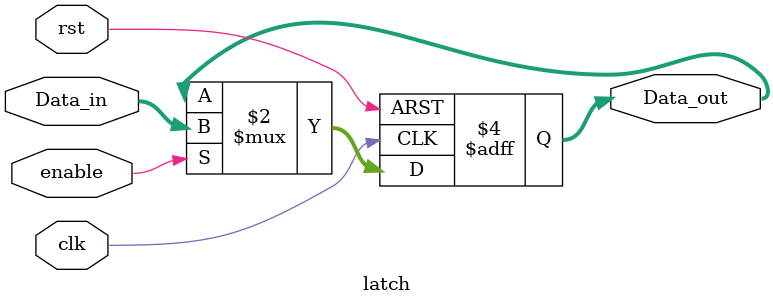
<source format=sv>
/*
 Module name:   latch
 Author:        Wojciech Miskowicz
 Last modified: 2023-06-11
 Description:  Passes data when enabled
 */
//////////////////////////////////////////////////////////////////////////////
 module latch
 #(parameter
    DATA_SIZE = 5
 )
    (
        input wire clk,
        input wire rst,
        input  wire  enable,  
        input  wire  [DATA_SIZE-1:0] Data_in,  
        output logic [DATA_SIZE-1:0] Data_out 
    );


    always_ff @(posedge clk or posedge rst) begin
        if(rst)begin
            Data_out <= '0;
        end
        else begin
            if(enable) begin
            Data_out <= Data_in;
            end
        end
    end

    



 endmodule
</source>
